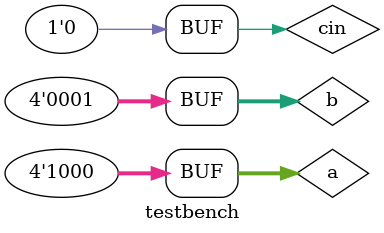
<source format=v>
module testbench;
	
	reg [3:0] a,b;
	reg cin;
	wire [3:0] sum;
	wire cout;
	wire overflow;
	fulladder myadder(a,b,sum,cout,overflow,cin);
	
	initial
	begin
	$monitor($time, "a = %b | b = %b | sum = %b | carry = %b | overflow=%b",a,b,sum,cout,overflow);
	cin = 1'b0;
	#0 a = 4'd5; b = 4'd15;
	#4 a = 4'd6; b = 4'd10;
	#4 a = 4'd8; b = 4'd8;
	#4 a = 4'd8; b = 4'd1;
	end
endmodule
</source>
